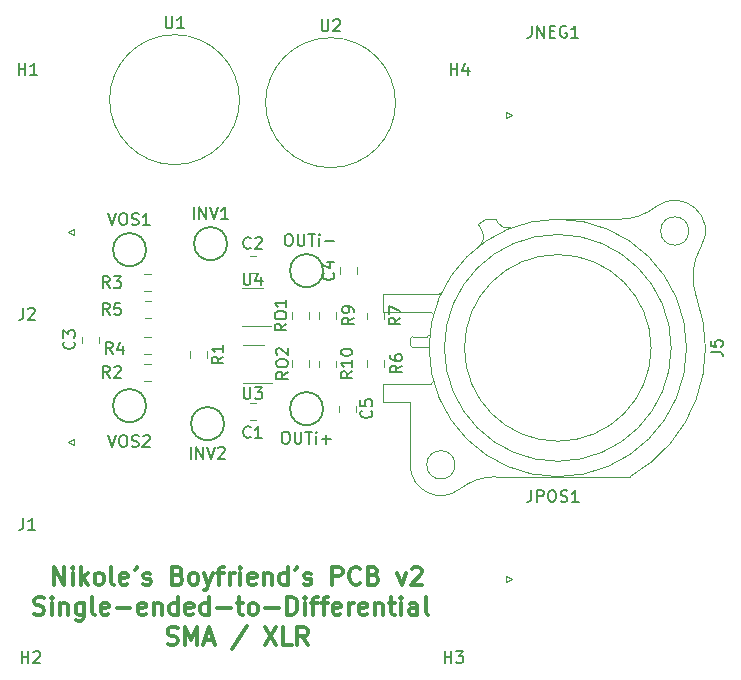
<source format=gbr>
%TF.GenerationSoftware,KiCad,Pcbnew,(5.1.6-0-10_14)*%
%TF.CreationDate,2020-10-05T14:42:17-07:00*%
%TF.ProjectId,single_ended_differential_converter,73696e67-6c65-45f6-956e-6465645f6469,rev?*%
%TF.SameCoordinates,Original*%
%TF.FileFunction,Legend,Top*%
%TF.FilePolarity,Positive*%
%FSLAX46Y46*%
G04 Gerber Fmt 4.6, Leading zero omitted, Abs format (unit mm)*
G04 Created by KiCad (PCBNEW (5.1.6-0-10_14)) date 2020-10-05 14:42:17*
%MOMM*%
%LPD*%
G01*
G04 APERTURE LIST*
%ADD10C,0.300000*%
%ADD11C,0.120000*%
%ADD12C,0.150000*%
G04 APERTURE END LIST*
D10*
X217890285Y-154338571D02*
X217890285Y-152838571D01*
X218747428Y-154338571D01*
X218747428Y-152838571D01*
X219461714Y-154338571D02*
X219461714Y-153338571D01*
X219461714Y-152838571D02*
X219390285Y-152910000D01*
X219461714Y-152981428D01*
X219533142Y-152910000D01*
X219461714Y-152838571D01*
X219461714Y-152981428D01*
X220176000Y-154338571D02*
X220176000Y-152838571D01*
X220318857Y-153767142D02*
X220747428Y-154338571D01*
X220747428Y-153338571D02*
X220176000Y-153910000D01*
X221604571Y-154338571D02*
X221461714Y-154267142D01*
X221390285Y-154195714D01*
X221318857Y-154052857D01*
X221318857Y-153624285D01*
X221390285Y-153481428D01*
X221461714Y-153410000D01*
X221604571Y-153338571D01*
X221818857Y-153338571D01*
X221961714Y-153410000D01*
X222033142Y-153481428D01*
X222104571Y-153624285D01*
X222104571Y-154052857D01*
X222033142Y-154195714D01*
X221961714Y-154267142D01*
X221818857Y-154338571D01*
X221604571Y-154338571D01*
X222961714Y-154338571D02*
X222818857Y-154267142D01*
X222747428Y-154124285D01*
X222747428Y-152838571D01*
X224104571Y-154267142D02*
X223961714Y-154338571D01*
X223676000Y-154338571D01*
X223533142Y-154267142D01*
X223461714Y-154124285D01*
X223461714Y-153552857D01*
X223533142Y-153410000D01*
X223676000Y-153338571D01*
X223961714Y-153338571D01*
X224104571Y-153410000D01*
X224176000Y-153552857D01*
X224176000Y-153695714D01*
X223461714Y-153838571D01*
X224890285Y-152838571D02*
X224890285Y-152910000D01*
X224818857Y-153052857D01*
X224747428Y-153124285D01*
X225461714Y-154267142D02*
X225604571Y-154338571D01*
X225890285Y-154338571D01*
X226033142Y-154267142D01*
X226104571Y-154124285D01*
X226104571Y-154052857D01*
X226033142Y-153910000D01*
X225890285Y-153838571D01*
X225676000Y-153838571D01*
X225533142Y-153767142D01*
X225461714Y-153624285D01*
X225461714Y-153552857D01*
X225533142Y-153410000D01*
X225676000Y-153338571D01*
X225890285Y-153338571D01*
X226033142Y-153410000D01*
X228390285Y-153552857D02*
X228604571Y-153624285D01*
X228676000Y-153695714D01*
X228747428Y-153838571D01*
X228747428Y-154052857D01*
X228676000Y-154195714D01*
X228604571Y-154267142D01*
X228461714Y-154338571D01*
X227890285Y-154338571D01*
X227890285Y-152838571D01*
X228390285Y-152838571D01*
X228533142Y-152910000D01*
X228604571Y-152981428D01*
X228676000Y-153124285D01*
X228676000Y-153267142D01*
X228604571Y-153410000D01*
X228533142Y-153481428D01*
X228390285Y-153552857D01*
X227890285Y-153552857D01*
X229604571Y-154338571D02*
X229461714Y-154267142D01*
X229390285Y-154195714D01*
X229318857Y-154052857D01*
X229318857Y-153624285D01*
X229390285Y-153481428D01*
X229461714Y-153410000D01*
X229604571Y-153338571D01*
X229818857Y-153338571D01*
X229961714Y-153410000D01*
X230033142Y-153481428D01*
X230104571Y-153624285D01*
X230104571Y-154052857D01*
X230033142Y-154195714D01*
X229961714Y-154267142D01*
X229818857Y-154338571D01*
X229604571Y-154338571D01*
X230604571Y-153338571D02*
X230961714Y-154338571D01*
X231318857Y-153338571D02*
X230961714Y-154338571D01*
X230818857Y-154695714D01*
X230747428Y-154767142D01*
X230604571Y-154838571D01*
X231676000Y-153338571D02*
X232247428Y-153338571D01*
X231890285Y-154338571D02*
X231890285Y-153052857D01*
X231961714Y-152910000D01*
X232104571Y-152838571D01*
X232247428Y-152838571D01*
X232747428Y-154338571D02*
X232747428Y-153338571D01*
X232747428Y-153624285D02*
X232818857Y-153481428D01*
X232890285Y-153410000D01*
X233033142Y-153338571D01*
X233176000Y-153338571D01*
X233676000Y-154338571D02*
X233676000Y-153338571D01*
X233676000Y-152838571D02*
X233604571Y-152910000D01*
X233676000Y-152981428D01*
X233747428Y-152910000D01*
X233676000Y-152838571D01*
X233676000Y-152981428D01*
X234961714Y-154267142D02*
X234818857Y-154338571D01*
X234533142Y-154338571D01*
X234390285Y-154267142D01*
X234318857Y-154124285D01*
X234318857Y-153552857D01*
X234390285Y-153410000D01*
X234533142Y-153338571D01*
X234818857Y-153338571D01*
X234961714Y-153410000D01*
X235033142Y-153552857D01*
X235033142Y-153695714D01*
X234318857Y-153838571D01*
X235676000Y-153338571D02*
X235676000Y-154338571D01*
X235676000Y-153481428D02*
X235747428Y-153410000D01*
X235890285Y-153338571D01*
X236104571Y-153338571D01*
X236247428Y-153410000D01*
X236318857Y-153552857D01*
X236318857Y-154338571D01*
X237676000Y-154338571D02*
X237676000Y-152838571D01*
X237676000Y-154267142D02*
X237533142Y-154338571D01*
X237247428Y-154338571D01*
X237104571Y-154267142D01*
X237033142Y-154195714D01*
X236961714Y-154052857D01*
X236961714Y-153624285D01*
X237033142Y-153481428D01*
X237104571Y-153410000D01*
X237247428Y-153338571D01*
X237533142Y-153338571D01*
X237676000Y-153410000D01*
X238461714Y-152838571D02*
X238461714Y-152910000D01*
X238390285Y-153052857D01*
X238318857Y-153124285D01*
X239033142Y-154267142D02*
X239176000Y-154338571D01*
X239461714Y-154338571D01*
X239604571Y-154267142D01*
X239676000Y-154124285D01*
X239676000Y-154052857D01*
X239604571Y-153910000D01*
X239461714Y-153838571D01*
X239247428Y-153838571D01*
X239104571Y-153767142D01*
X239033142Y-153624285D01*
X239033142Y-153552857D01*
X239104571Y-153410000D01*
X239247428Y-153338571D01*
X239461714Y-153338571D01*
X239604571Y-153410000D01*
X241461714Y-154338571D02*
X241461714Y-152838571D01*
X242033142Y-152838571D01*
X242176000Y-152910000D01*
X242247428Y-152981428D01*
X242318857Y-153124285D01*
X242318857Y-153338571D01*
X242247428Y-153481428D01*
X242176000Y-153552857D01*
X242033142Y-153624285D01*
X241461714Y-153624285D01*
X243818857Y-154195714D02*
X243747428Y-154267142D01*
X243533142Y-154338571D01*
X243390285Y-154338571D01*
X243176000Y-154267142D01*
X243033142Y-154124285D01*
X242961714Y-153981428D01*
X242890285Y-153695714D01*
X242890285Y-153481428D01*
X242961714Y-153195714D01*
X243033142Y-153052857D01*
X243176000Y-152910000D01*
X243390285Y-152838571D01*
X243533142Y-152838571D01*
X243747428Y-152910000D01*
X243818857Y-152981428D01*
X244961714Y-153552857D02*
X245176000Y-153624285D01*
X245247428Y-153695714D01*
X245318857Y-153838571D01*
X245318857Y-154052857D01*
X245247428Y-154195714D01*
X245176000Y-154267142D01*
X245033142Y-154338571D01*
X244461714Y-154338571D01*
X244461714Y-152838571D01*
X244961714Y-152838571D01*
X245104571Y-152910000D01*
X245176000Y-152981428D01*
X245247428Y-153124285D01*
X245247428Y-153267142D01*
X245176000Y-153410000D01*
X245104571Y-153481428D01*
X244961714Y-153552857D01*
X244461714Y-153552857D01*
X246961714Y-153338571D02*
X247318857Y-154338571D01*
X247676000Y-153338571D01*
X248176000Y-152981428D02*
X248247428Y-152910000D01*
X248390285Y-152838571D01*
X248747428Y-152838571D01*
X248890285Y-152910000D01*
X248961714Y-152981428D01*
X249033142Y-153124285D01*
X249033142Y-153267142D01*
X248961714Y-153481428D01*
X248104571Y-154338571D01*
X249033142Y-154338571D01*
X216211714Y-156817142D02*
X216426000Y-156888571D01*
X216783142Y-156888571D01*
X216926000Y-156817142D01*
X216997428Y-156745714D01*
X217068857Y-156602857D01*
X217068857Y-156460000D01*
X216997428Y-156317142D01*
X216926000Y-156245714D01*
X216783142Y-156174285D01*
X216497428Y-156102857D01*
X216354571Y-156031428D01*
X216283142Y-155960000D01*
X216211714Y-155817142D01*
X216211714Y-155674285D01*
X216283142Y-155531428D01*
X216354571Y-155460000D01*
X216497428Y-155388571D01*
X216854571Y-155388571D01*
X217068857Y-155460000D01*
X217711714Y-156888571D02*
X217711714Y-155888571D01*
X217711714Y-155388571D02*
X217640285Y-155460000D01*
X217711714Y-155531428D01*
X217783142Y-155460000D01*
X217711714Y-155388571D01*
X217711714Y-155531428D01*
X218426000Y-155888571D02*
X218426000Y-156888571D01*
X218426000Y-156031428D02*
X218497428Y-155960000D01*
X218640285Y-155888571D01*
X218854571Y-155888571D01*
X218997428Y-155960000D01*
X219068857Y-156102857D01*
X219068857Y-156888571D01*
X220426000Y-155888571D02*
X220426000Y-157102857D01*
X220354571Y-157245714D01*
X220283142Y-157317142D01*
X220140285Y-157388571D01*
X219926000Y-157388571D01*
X219783142Y-157317142D01*
X220426000Y-156817142D02*
X220283142Y-156888571D01*
X219997428Y-156888571D01*
X219854571Y-156817142D01*
X219783142Y-156745714D01*
X219711714Y-156602857D01*
X219711714Y-156174285D01*
X219783142Y-156031428D01*
X219854571Y-155960000D01*
X219997428Y-155888571D01*
X220283142Y-155888571D01*
X220426000Y-155960000D01*
X221354571Y-156888571D02*
X221211714Y-156817142D01*
X221140285Y-156674285D01*
X221140285Y-155388571D01*
X222497428Y-156817142D02*
X222354571Y-156888571D01*
X222068857Y-156888571D01*
X221926000Y-156817142D01*
X221854571Y-156674285D01*
X221854571Y-156102857D01*
X221926000Y-155960000D01*
X222068857Y-155888571D01*
X222354571Y-155888571D01*
X222497428Y-155960000D01*
X222568857Y-156102857D01*
X222568857Y-156245714D01*
X221854571Y-156388571D01*
X223211714Y-156317142D02*
X224354571Y-156317142D01*
X225640285Y-156817142D02*
X225497428Y-156888571D01*
X225211714Y-156888571D01*
X225068857Y-156817142D01*
X224997428Y-156674285D01*
X224997428Y-156102857D01*
X225068857Y-155960000D01*
X225211714Y-155888571D01*
X225497428Y-155888571D01*
X225640285Y-155960000D01*
X225711714Y-156102857D01*
X225711714Y-156245714D01*
X224997428Y-156388571D01*
X226354571Y-155888571D02*
X226354571Y-156888571D01*
X226354571Y-156031428D02*
X226426000Y-155960000D01*
X226568857Y-155888571D01*
X226783142Y-155888571D01*
X226926000Y-155960000D01*
X226997428Y-156102857D01*
X226997428Y-156888571D01*
X228354571Y-156888571D02*
X228354571Y-155388571D01*
X228354571Y-156817142D02*
X228211714Y-156888571D01*
X227926000Y-156888571D01*
X227783142Y-156817142D01*
X227711714Y-156745714D01*
X227640285Y-156602857D01*
X227640285Y-156174285D01*
X227711714Y-156031428D01*
X227783142Y-155960000D01*
X227926000Y-155888571D01*
X228211714Y-155888571D01*
X228354571Y-155960000D01*
X229640285Y-156817142D02*
X229497428Y-156888571D01*
X229211714Y-156888571D01*
X229068857Y-156817142D01*
X228997428Y-156674285D01*
X228997428Y-156102857D01*
X229068857Y-155960000D01*
X229211714Y-155888571D01*
X229497428Y-155888571D01*
X229640285Y-155960000D01*
X229711714Y-156102857D01*
X229711714Y-156245714D01*
X228997428Y-156388571D01*
X230997428Y-156888571D02*
X230997428Y-155388571D01*
X230997428Y-156817142D02*
X230854571Y-156888571D01*
X230568857Y-156888571D01*
X230426000Y-156817142D01*
X230354571Y-156745714D01*
X230283142Y-156602857D01*
X230283142Y-156174285D01*
X230354571Y-156031428D01*
X230426000Y-155960000D01*
X230568857Y-155888571D01*
X230854571Y-155888571D01*
X230997428Y-155960000D01*
X231711714Y-156317142D02*
X232854571Y-156317142D01*
X233354571Y-155888571D02*
X233926000Y-155888571D01*
X233568857Y-155388571D02*
X233568857Y-156674285D01*
X233640285Y-156817142D01*
X233783142Y-156888571D01*
X233926000Y-156888571D01*
X234640285Y-156888571D02*
X234497428Y-156817142D01*
X234426000Y-156745714D01*
X234354571Y-156602857D01*
X234354571Y-156174285D01*
X234426000Y-156031428D01*
X234497428Y-155960000D01*
X234640285Y-155888571D01*
X234854571Y-155888571D01*
X234997428Y-155960000D01*
X235068857Y-156031428D01*
X235140285Y-156174285D01*
X235140285Y-156602857D01*
X235068857Y-156745714D01*
X234997428Y-156817142D01*
X234854571Y-156888571D01*
X234640285Y-156888571D01*
X235783142Y-156317142D02*
X236926000Y-156317142D01*
X237640285Y-156888571D02*
X237640285Y-155388571D01*
X237997428Y-155388571D01*
X238211714Y-155460000D01*
X238354571Y-155602857D01*
X238426000Y-155745714D01*
X238497428Y-156031428D01*
X238497428Y-156245714D01*
X238426000Y-156531428D01*
X238354571Y-156674285D01*
X238211714Y-156817142D01*
X237997428Y-156888571D01*
X237640285Y-156888571D01*
X239140285Y-156888571D02*
X239140285Y-155888571D01*
X239140285Y-155388571D02*
X239068857Y-155460000D01*
X239140285Y-155531428D01*
X239211714Y-155460000D01*
X239140285Y-155388571D01*
X239140285Y-155531428D01*
X239640285Y-155888571D02*
X240211714Y-155888571D01*
X239854571Y-156888571D02*
X239854571Y-155602857D01*
X239926000Y-155460000D01*
X240068857Y-155388571D01*
X240211714Y-155388571D01*
X240497428Y-155888571D02*
X241068857Y-155888571D01*
X240711714Y-156888571D02*
X240711714Y-155602857D01*
X240783142Y-155460000D01*
X240926000Y-155388571D01*
X241068857Y-155388571D01*
X242140285Y-156817142D02*
X241997428Y-156888571D01*
X241711714Y-156888571D01*
X241568857Y-156817142D01*
X241497428Y-156674285D01*
X241497428Y-156102857D01*
X241568857Y-155960000D01*
X241711714Y-155888571D01*
X241997428Y-155888571D01*
X242140285Y-155960000D01*
X242211714Y-156102857D01*
X242211714Y-156245714D01*
X241497428Y-156388571D01*
X242854571Y-156888571D02*
X242854571Y-155888571D01*
X242854571Y-156174285D02*
X242926000Y-156031428D01*
X242997428Y-155960000D01*
X243140285Y-155888571D01*
X243283142Y-155888571D01*
X244354571Y-156817142D02*
X244211714Y-156888571D01*
X243926000Y-156888571D01*
X243783142Y-156817142D01*
X243711714Y-156674285D01*
X243711714Y-156102857D01*
X243783142Y-155960000D01*
X243926000Y-155888571D01*
X244211714Y-155888571D01*
X244354571Y-155960000D01*
X244426000Y-156102857D01*
X244426000Y-156245714D01*
X243711714Y-156388571D01*
X245068857Y-155888571D02*
X245068857Y-156888571D01*
X245068857Y-156031428D02*
X245140285Y-155960000D01*
X245283142Y-155888571D01*
X245497428Y-155888571D01*
X245640285Y-155960000D01*
X245711714Y-156102857D01*
X245711714Y-156888571D01*
X246211714Y-155888571D02*
X246783142Y-155888571D01*
X246426000Y-155388571D02*
X246426000Y-156674285D01*
X246497428Y-156817142D01*
X246640285Y-156888571D01*
X246783142Y-156888571D01*
X247283142Y-156888571D02*
X247283142Y-155888571D01*
X247283142Y-155388571D02*
X247211714Y-155460000D01*
X247283142Y-155531428D01*
X247354571Y-155460000D01*
X247283142Y-155388571D01*
X247283142Y-155531428D01*
X248640285Y-156888571D02*
X248640285Y-156102857D01*
X248568857Y-155960000D01*
X248426000Y-155888571D01*
X248140285Y-155888571D01*
X247997428Y-155960000D01*
X248640285Y-156817142D02*
X248497428Y-156888571D01*
X248140285Y-156888571D01*
X247997428Y-156817142D01*
X247926000Y-156674285D01*
X247926000Y-156531428D01*
X247997428Y-156388571D01*
X248140285Y-156317142D01*
X248497428Y-156317142D01*
X248640285Y-156245714D01*
X249568857Y-156888571D02*
X249426000Y-156817142D01*
X249354571Y-156674285D01*
X249354571Y-155388571D01*
X227497428Y-159367142D02*
X227711714Y-159438571D01*
X228068857Y-159438571D01*
X228211714Y-159367142D01*
X228283142Y-159295714D01*
X228354571Y-159152857D01*
X228354571Y-159010000D01*
X228283142Y-158867142D01*
X228211714Y-158795714D01*
X228068857Y-158724285D01*
X227783142Y-158652857D01*
X227640285Y-158581428D01*
X227568857Y-158510000D01*
X227497428Y-158367142D01*
X227497428Y-158224285D01*
X227568857Y-158081428D01*
X227640285Y-158010000D01*
X227783142Y-157938571D01*
X228140285Y-157938571D01*
X228354571Y-158010000D01*
X228997428Y-159438571D02*
X228997428Y-157938571D01*
X229497428Y-159010000D01*
X229997428Y-157938571D01*
X229997428Y-159438571D01*
X230640285Y-159010000D02*
X231354571Y-159010000D01*
X230497428Y-159438571D02*
X230997428Y-157938571D01*
X231497428Y-159438571D01*
X234211714Y-157867142D02*
X232926000Y-159795714D01*
X235711714Y-157938571D02*
X236711714Y-159438571D01*
X236711714Y-157938571D02*
X235711714Y-159438571D01*
X237997428Y-159438571D02*
X237283142Y-159438571D01*
X237283142Y-157938571D01*
X239354571Y-159438571D02*
X238854571Y-158724285D01*
X238497428Y-159438571D02*
X238497428Y-157938571D01*
X239068857Y-157938571D01*
X239211714Y-158010000D01*
X239283142Y-158081428D01*
X239354571Y-158224285D01*
X239354571Y-158438571D01*
X239283142Y-158581428D01*
X239211714Y-158652857D01*
X239068857Y-158724285D01*
X238497428Y-158724285D01*
D11*
%TO.C,J5*%
X251840000Y-144202000D02*
G75*
G03*
X251840000Y-144202000I-1200000J0D01*
G01*
X270140000Y-134302000D02*
G75*
G03*
X270140000Y-134302000I-9600000J0D01*
G01*
X271440000Y-134302000D02*
G75*
G03*
X271440000Y-134302000I-10900000J0D01*
G01*
X249640000Y-134242000D02*
X248240000Y-134242000D01*
X249500000Y-133362000D02*
X248240000Y-133362000D01*
X245740000Y-131242000D02*
X249810000Y-131242000D01*
X250510000Y-129742000D02*
X245740000Y-129742000D01*
X260540000Y-123402000D02*
X265780000Y-123402000D01*
X254420000Y-123402000D02*
X255280000Y-123402000D01*
X248040000Y-138862000D02*
X248040000Y-144202000D01*
X248040000Y-134042000D02*
X248040000Y-133562000D01*
X245740000Y-138862000D02*
X245740000Y-137362000D01*
X245740000Y-131242000D02*
X245740000Y-129742000D01*
X271640000Y-124402000D02*
G75*
G03*
X271640000Y-124402000I-1200000J0D01*
G01*
X249810000Y-137362000D02*
X249810000Y-137362000D01*
X255300000Y-145202000D02*
X266660000Y-145202000D01*
X245740000Y-138862000D02*
X248040000Y-138862000D01*
X245740000Y-137362000D02*
X249810000Y-137362000D01*
X254120000Y-124402000D02*
X253780000Y-123792000D01*
X255280000Y-123402000D02*
X255430000Y-123672000D01*
X253780000Y-123792000D02*
X254420000Y-123402000D01*
X268440000Y-134302000D02*
G75*
G03*
X268440000Y-134302000I-7900000J0D01*
G01*
X250669136Y-129675636D02*
G75*
G02*
X250510000Y-129742000I-149136J133636D01*
G01*
X253846168Y-125699797D02*
G75*
G03*
X254120000Y-124402000I-616168J807797D01*
G01*
X249695630Y-133203582D02*
G75*
G02*
X249500000Y-133362000I-195630J41582D01*
G01*
X248040000Y-133562000D02*
G75*
G02*
X248240000Y-133362000I200000J0D01*
G01*
X248240000Y-134242000D02*
G75*
G02*
X248040000Y-134042000I0J200000D01*
G01*
X250019712Y-137162991D02*
G75*
G02*
X249810000Y-137362000I-209712J10991D01*
G01*
X250019201Y-131433697D02*
G75*
G03*
X249810000Y-131242000I-209201J-18303D01*
G01*
X256588628Y-124142786D02*
G75*
G02*
X255430000Y-123672000I-288628J950786D01*
G01*
X272270738Y-129982950D02*
G75*
G02*
X266660000Y-145202000I-11730738J-4319050D01*
G01*
X268857569Y-122345311D02*
G75*
G02*
X265780000Y-123402000I-3077569J3953311D01*
G01*
X268849031Y-122350020D02*
G75*
G02*
X272670000Y-125732000I1590969J-2051980D01*
G01*
X272273841Y-129993919D02*
G75*
G02*
X272670000Y-125732000I4706159J1711919D01*
G01*
X252237142Y-146253619D02*
G75*
G02*
X248040000Y-144202000I-1597142J2051619D01*
G01*
X252234717Y-146254470D02*
G75*
G02*
X255300000Y-145202000I3065283J-3937530D01*
G01*
%TO.C,C3*%
X220270000Y-133351748D02*
X220270000Y-133874252D01*
X221690000Y-133351748D02*
X221690000Y-133874252D01*
D12*
%TO.C,TP4*%
X232286000Y-140716000D02*
G75*
G03*
X232286000Y-140716000I-1400000J0D01*
G01*
%TO.C,TP3*%
X232540000Y-125476000D02*
G75*
G03*
X232540000Y-125476000I-1400000J0D01*
G01*
%TO.C,TP2*%
X240668000Y-139446000D02*
G75*
G03*
X240668000Y-139446000I-1400000J0D01*
G01*
%TO.C,TP1*%
X240668000Y-127762000D02*
G75*
G03*
X240668000Y-127762000I-1400000J0D01*
G01*
D11*
%TO.C,U2*%
X246800000Y-113538000D02*
G75*
G03*
X246800000Y-113538000I-5500000J0D01*
G01*
%TO.C,U4*%
X233880000Y-137312000D02*
X236330000Y-137312000D01*
X235680000Y-134092000D02*
X233880000Y-134092000D01*
%TO.C,U3*%
X233796000Y-132486000D02*
X236246000Y-132486000D01*
X235596000Y-129266000D02*
X233796000Y-129266000D01*
%TO.C,RO2*%
X238050000Y-135365748D02*
X238050000Y-135888252D01*
X239470000Y-135365748D02*
X239470000Y-135888252D01*
%TO.C,RO1*%
X239470000Y-131824252D02*
X239470000Y-131301748D01*
X238050000Y-131824252D02*
X238050000Y-131301748D01*
%TO.C,R10*%
X240336000Y-135383748D02*
X240336000Y-135906252D01*
X241756000Y-135383748D02*
X241756000Y-135906252D01*
%TO.C,R9*%
X241756000Y-131824252D02*
X241756000Y-131301748D01*
X240336000Y-131824252D02*
X240336000Y-131301748D01*
%TO.C,C5*%
X242016000Y-139193748D02*
X242016000Y-139716252D01*
X243436000Y-139193748D02*
X243436000Y-139716252D01*
%TO.C,C4*%
X243534000Y-128014252D02*
X243534000Y-127491748D01*
X242114000Y-128014252D02*
X242114000Y-127491748D01*
%TO.C,C2*%
X234443748Y-127964000D02*
X234966252Y-127964000D01*
X234443748Y-126544000D02*
X234966252Y-126544000D01*
%TO.C,R7*%
X245820000Y-131319748D02*
X245820000Y-131842252D01*
X244400000Y-131319748D02*
X244400000Y-131842252D01*
%TO.C,R6*%
X244400000Y-135888252D02*
X244400000Y-135365748D01*
X245820000Y-135888252D02*
X245820000Y-135365748D01*
D12*
%TO.C,VOS2*%
X225682000Y-125984000D02*
G75*
G03*
X225682000Y-125984000I-1400000J0D01*
G01*
%TO.C,VOS1*%
X225682000Y-139192000D02*
G75*
G03*
X225682000Y-139192000I-1400000J0D01*
G01*
D11*
%TO.C,U1*%
X233592000Y-113284000D02*
G75*
G03*
X233592000Y-113284000I-5500000J0D01*
G01*
%TO.C,R5*%
X225553748Y-130354000D02*
X226076252Y-130354000D01*
X225553748Y-131774000D02*
X226076252Y-131774000D01*
%TO.C,R4*%
X225535748Y-133402000D02*
X226058252Y-133402000D01*
X225535748Y-134822000D02*
X226058252Y-134822000D01*
%TO.C,R3*%
X226067252Y-129488000D02*
X225544748Y-129488000D01*
X226067252Y-128068000D02*
X225544748Y-128068000D01*
%TO.C,R2*%
X226067252Y-137108000D02*
X225544748Y-137108000D01*
X226067252Y-135688000D02*
X225544748Y-135688000D01*
%TO.C,R1*%
X230834000Y-134603748D02*
X230834000Y-135126252D01*
X229414000Y-134603748D02*
X229414000Y-135126252D01*
%TO.C,JPOS1*%
X256130000Y-153650000D02*
X256630000Y-153900000D01*
X256130000Y-154150000D02*
X256130000Y-153650000D01*
X256630000Y-153900000D02*
X256130000Y-154150000D01*
%TO.C,JNEG1*%
X256130000Y-114328000D02*
X256630000Y-114578000D01*
X256130000Y-114828000D02*
X256130000Y-114328000D01*
X256630000Y-114578000D02*
X256130000Y-114828000D01*
%TO.C,J2*%
X219612000Y-124710000D02*
X219112000Y-124460000D01*
X219612000Y-124210000D02*
X219612000Y-124710000D01*
X219112000Y-124460000D02*
X219612000Y-124210000D01*
%TO.C,J1*%
X219612000Y-142490000D02*
X219112000Y-142240000D01*
X219612000Y-141990000D02*
X219612000Y-142490000D01*
X219112000Y-142240000D02*
X219612000Y-141990000D01*
%TO.C,C1*%
X234443748Y-138990000D02*
X234966252Y-138990000D01*
X234443748Y-140410000D02*
X234966252Y-140410000D01*
%TO.C,J5*%
D12*
X273492380Y-134635333D02*
X274206666Y-134635333D01*
X274349523Y-134682952D01*
X274444761Y-134778190D01*
X274492380Y-134921047D01*
X274492380Y-135016285D01*
X273492380Y-133682952D02*
X273492380Y-134159142D01*
X273968571Y-134206761D01*
X273920952Y-134159142D01*
X273873333Y-134063904D01*
X273873333Y-133825809D01*
X273920952Y-133730571D01*
X273968571Y-133682952D01*
X274063809Y-133635333D01*
X274301904Y-133635333D01*
X274397142Y-133682952D01*
X274444761Y-133730571D01*
X274492380Y-133825809D01*
X274492380Y-134063904D01*
X274444761Y-134159142D01*
X274397142Y-134206761D01*
%TO.C,C3*%
X219559142Y-133770666D02*
X219606761Y-133818285D01*
X219654380Y-133961142D01*
X219654380Y-134056380D01*
X219606761Y-134199238D01*
X219511523Y-134294476D01*
X219416285Y-134342095D01*
X219225809Y-134389714D01*
X219082952Y-134389714D01*
X218892476Y-134342095D01*
X218797238Y-134294476D01*
X218702000Y-134199238D01*
X218654380Y-134056380D01*
X218654380Y-133961142D01*
X218702000Y-133818285D01*
X218749619Y-133770666D01*
X218654380Y-133437333D02*
X218654380Y-132818285D01*
X219035333Y-133151619D01*
X219035333Y-133008761D01*
X219082952Y-132913523D01*
X219130571Y-132865904D01*
X219225809Y-132818285D01*
X219463904Y-132818285D01*
X219559142Y-132865904D01*
X219606761Y-132913523D01*
X219654380Y-133008761D01*
X219654380Y-133294476D01*
X219606761Y-133389714D01*
X219559142Y-133437333D01*
%TO.C,TP4*%
X229457428Y-143668380D02*
X229457428Y-142668380D01*
X229933619Y-143668380D02*
X229933619Y-142668380D01*
X230505047Y-143668380D01*
X230505047Y-142668380D01*
X230838380Y-142668380D02*
X231171714Y-143668380D01*
X231505047Y-142668380D01*
X231790761Y-142763619D02*
X231838380Y-142716000D01*
X231933619Y-142668380D01*
X232171714Y-142668380D01*
X232266952Y-142716000D01*
X232314571Y-142763619D01*
X232362190Y-142858857D01*
X232362190Y-142954095D01*
X232314571Y-143096952D01*
X231743142Y-143668380D01*
X232362190Y-143668380D01*
%TO.C,TP3*%
X229711428Y-123388380D02*
X229711428Y-122388380D01*
X230187619Y-123388380D02*
X230187619Y-122388380D01*
X230759047Y-123388380D01*
X230759047Y-122388380D01*
X231092380Y-122388380D02*
X231425714Y-123388380D01*
X231759047Y-122388380D01*
X232616190Y-123388380D02*
X232044761Y-123388380D01*
X232330476Y-123388380D02*
X232330476Y-122388380D01*
X232235238Y-122531238D01*
X232140000Y-122626476D01*
X232044761Y-122674095D01*
%TO.C,TP2*%
X237410857Y-141398380D02*
X237601333Y-141398380D01*
X237696571Y-141446000D01*
X237791809Y-141541238D01*
X237839428Y-141731714D01*
X237839428Y-142065047D01*
X237791809Y-142255523D01*
X237696571Y-142350761D01*
X237601333Y-142398380D01*
X237410857Y-142398380D01*
X237315619Y-142350761D01*
X237220380Y-142255523D01*
X237172761Y-142065047D01*
X237172761Y-141731714D01*
X237220380Y-141541238D01*
X237315619Y-141446000D01*
X237410857Y-141398380D01*
X238268000Y-141398380D02*
X238268000Y-142207904D01*
X238315619Y-142303142D01*
X238363238Y-142350761D01*
X238458476Y-142398380D01*
X238648952Y-142398380D01*
X238744190Y-142350761D01*
X238791809Y-142303142D01*
X238839428Y-142207904D01*
X238839428Y-141398380D01*
X239172761Y-141398380D02*
X239744190Y-141398380D01*
X239458476Y-142398380D02*
X239458476Y-141398380D01*
X240077523Y-142398380D02*
X240077523Y-141731714D01*
X240077523Y-141398380D02*
X240029904Y-141446000D01*
X240077523Y-141493619D01*
X240125142Y-141446000D01*
X240077523Y-141398380D01*
X240077523Y-141493619D01*
X240553714Y-142017428D02*
X241315619Y-142017428D01*
X240934666Y-142398380D02*
X240934666Y-141636476D01*
%TO.C,TP1*%
X237664857Y-124674380D02*
X237855333Y-124674380D01*
X237950571Y-124722000D01*
X238045809Y-124817238D01*
X238093428Y-125007714D01*
X238093428Y-125341047D01*
X238045809Y-125531523D01*
X237950571Y-125626761D01*
X237855333Y-125674380D01*
X237664857Y-125674380D01*
X237569619Y-125626761D01*
X237474380Y-125531523D01*
X237426761Y-125341047D01*
X237426761Y-125007714D01*
X237474380Y-124817238D01*
X237569619Y-124722000D01*
X237664857Y-124674380D01*
X238522000Y-124674380D02*
X238522000Y-125483904D01*
X238569619Y-125579142D01*
X238617238Y-125626761D01*
X238712476Y-125674380D01*
X238902952Y-125674380D01*
X238998190Y-125626761D01*
X239045809Y-125579142D01*
X239093428Y-125483904D01*
X239093428Y-124674380D01*
X239426761Y-124674380D02*
X239998190Y-124674380D01*
X239712476Y-125674380D02*
X239712476Y-124674380D01*
X240331523Y-125674380D02*
X240331523Y-125007714D01*
X240331523Y-124674380D02*
X240283904Y-124722000D01*
X240331523Y-124769619D01*
X240379142Y-124722000D01*
X240331523Y-124674380D01*
X240331523Y-124769619D01*
X240807714Y-125293428D02*
X241569619Y-125293428D01*
%TO.C,U2*%
X240538095Y-106490380D02*
X240538095Y-107299904D01*
X240585714Y-107395142D01*
X240633333Y-107442761D01*
X240728571Y-107490380D01*
X240919047Y-107490380D01*
X241014285Y-107442761D01*
X241061904Y-107395142D01*
X241109523Y-107299904D01*
X241109523Y-106490380D01*
X241538095Y-106585619D02*
X241585714Y-106538000D01*
X241680952Y-106490380D01*
X241919047Y-106490380D01*
X242014285Y-106538000D01*
X242061904Y-106585619D01*
X242109523Y-106680857D01*
X242109523Y-106776095D01*
X242061904Y-106918952D01*
X241490476Y-107490380D01*
X242109523Y-107490380D01*
%TO.C,U4*%
X233934095Y-127976380D02*
X233934095Y-128785904D01*
X233981714Y-128881142D01*
X234029333Y-128928761D01*
X234124571Y-128976380D01*
X234315047Y-128976380D01*
X234410285Y-128928761D01*
X234457904Y-128881142D01*
X234505523Y-128785904D01*
X234505523Y-127976380D01*
X235410285Y-128309714D02*
X235410285Y-128976380D01*
X235172190Y-127928761D02*
X234934095Y-128643047D01*
X235553142Y-128643047D01*
%TO.C,U3*%
X233934095Y-137628380D02*
X233934095Y-138437904D01*
X233981714Y-138533142D01*
X234029333Y-138580761D01*
X234124571Y-138628380D01*
X234315047Y-138628380D01*
X234410285Y-138580761D01*
X234457904Y-138533142D01*
X234505523Y-138437904D01*
X234505523Y-137628380D01*
X234886476Y-137628380D02*
X235505523Y-137628380D01*
X235172190Y-138009333D01*
X235315047Y-138009333D01*
X235410285Y-138056952D01*
X235457904Y-138104571D01*
X235505523Y-138199809D01*
X235505523Y-138437904D01*
X235457904Y-138533142D01*
X235410285Y-138580761D01*
X235315047Y-138628380D01*
X235029333Y-138628380D01*
X234934095Y-138580761D01*
X234886476Y-138533142D01*
%TO.C,RO2*%
X237688380Y-136326476D02*
X237212190Y-136659809D01*
X237688380Y-136897904D02*
X236688380Y-136897904D01*
X236688380Y-136516952D01*
X236736000Y-136421714D01*
X236783619Y-136374095D01*
X236878857Y-136326476D01*
X237021714Y-136326476D01*
X237116952Y-136374095D01*
X237164571Y-136421714D01*
X237212190Y-136516952D01*
X237212190Y-136897904D01*
X236688380Y-135707428D02*
X236688380Y-135516952D01*
X236736000Y-135421714D01*
X236831238Y-135326476D01*
X237021714Y-135278857D01*
X237355047Y-135278857D01*
X237545523Y-135326476D01*
X237640761Y-135421714D01*
X237688380Y-135516952D01*
X237688380Y-135707428D01*
X237640761Y-135802666D01*
X237545523Y-135897904D01*
X237355047Y-135945523D01*
X237021714Y-135945523D01*
X236831238Y-135897904D01*
X236736000Y-135802666D01*
X236688380Y-135707428D01*
X236783619Y-134897904D02*
X236736000Y-134850285D01*
X236688380Y-134755047D01*
X236688380Y-134516952D01*
X236736000Y-134421714D01*
X236783619Y-134374095D01*
X236878857Y-134326476D01*
X236974095Y-134326476D01*
X237116952Y-134374095D01*
X237688380Y-134945523D01*
X237688380Y-134326476D01*
%TO.C,RO1*%
X237562380Y-132253476D02*
X237086190Y-132586809D01*
X237562380Y-132824904D02*
X236562380Y-132824904D01*
X236562380Y-132443952D01*
X236610000Y-132348714D01*
X236657619Y-132301095D01*
X236752857Y-132253476D01*
X236895714Y-132253476D01*
X236990952Y-132301095D01*
X237038571Y-132348714D01*
X237086190Y-132443952D01*
X237086190Y-132824904D01*
X236562380Y-131634428D02*
X236562380Y-131443952D01*
X236610000Y-131348714D01*
X236705238Y-131253476D01*
X236895714Y-131205857D01*
X237229047Y-131205857D01*
X237419523Y-131253476D01*
X237514761Y-131348714D01*
X237562380Y-131443952D01*
X237562380Y-131634428D01*
X237514761Y-131729666D01*
X237419523Y-131824904D01*
X237229047Y-131872523D01*
X236895714Y-131872523D01*
X236705238Y-131824904D01*
X236610000Y-131729666D01*
X236562380Y-131634428D01*
X237562380Y-130253476D02*
X237562380Y-130824904D01*
X237562380Y-130539190D02*
X236562380Y-130539190D01*
X236705238Y-130634428D01*
X236800476Y-130729666D01*
X236848095Y-130824904D01*
%TO.C,R10*%
X243148380Y-136287857D02*
X242672190Y-136621190D01*
X243148380Y-136859285D02*
X242148380Y-136859285D01*
X242148380Y-136478333D01*
X242196000Y-136383095D01*
X242243619Y-136335476D01*
X242338857Y-136287857D01*
X242481714Y-136287857D01*
X242576952Y-136335476D01*
X242624571Y-136383095D01*
X242672190Y-136478333D01*
X242672190Y-136859285D01*
X243148380Y-135335476D02*
X243148380Y-135906904D01*
X243148380Y-135621190D02*
X242148380Y-135621190D01*
X242291238Y-135716428D01*
X242386476Y-135811666D01*
X242434095Y-135906904D01*
X242148380Y-134716428D02*
X242148380Y-134621190D01*
X242196000Y-134525952D01*
X242243619Y-134478333D01*
X242338857Y-134430714D01*
X242529333Y-134383095D01*
X242767428Y-134383095D01*
X242957904Y-134430714D01*
X243053142Y-134478333D01*
X243100761Y-134525952D01*
X243148380Y-134621190D01*
X243148380Y-134716428D01*
X243100761Y-134811666D01*
X243053142Y-134859285D01*
X242957904Y-134906904D01*
X242767428Y-134954523D01*
X242529333Y-134954523D01*
X242338857Y-134906904D01*
X242243619Y-134859285D01*
X242196000Y-134811666D01*
X242148380Y-134716428D01*
%TO.C,R9*%
X243276380Y-131729666D02*
X242800190Y-132063000D01*
X243276380Y-132301095D02*
X242276380Y-132301095D01*
X242276380Y-131920142D01*
X242324000Y-131824904D01*
X242371619Y-131777285D01*
X242466857Y-131729666D01*
X242609714Y-131729666D01*
X242704952Y-131777285D01*
X242752571Y-131824904D01*
X242800190Y-131920142D01*
X242800190Y-132301095D01*
X243276380Y-131253476D02*
X243276380Y-131063000D01*
X243228761Y-130967761D01*
X243181142Y-130920142D01*
X243038285Y-130824904D01*
X242847809Y-130777285D01*
X242466857Y-130777285D01*
X242371619Y-130824904D01*
X242324000Y-130872523D01*
X242276380Y-130967761D01*
X242276380Y-131158238D01*
X242324000Y-131253476D01*
X242371619Y-131301095D01*
X242466857Y-131348714D01*
X242704952Y-131348714D01*
X242800190Y-131301095D01*
X242847809Y-131253476D01*
X242895428Y-131158238D01*
X242895428Y-130967761D01*
X242847809Y-130872523D01*
X242800190Y-130824904D01*
X242704952Y-130777285D01*
%TO.C,C5*%
X244733142Y-139621666D02*
X244780761Y-139669285D01*
X244828380Y-139812142D01*
X244828380Y-139907380D01*
X244780761Y-140050238D01*
X244685523Y-140145476D01*
X244590285Y-140193095D01*
X244399809Y-140240714D01*
X244256952Y-140240714D01*
X244066476Y-140193095D01*
X243971238Y-140145476D01*
X243876000Y-140050238D01*
X243828380Y-139907380D01*
X243828380Y-139812142D01*
X243876000Y-139669285D01*
X243923619Y-139621666D01*
X243828380Y-138716904D02*
X243828380Y-139193095D01*
X244304571Y-139240714D01*
X244256952Y-139193095D01*
X244209333Y-139097857D01*
X244209333Y-138859761D01*
X244256952Y-138764523D01*
X244304571Y-138716904D01*
X244399809Y-138669285D01*
X244637904Y-138669285D01*
X244733142Y-138716904D01*
X244780761Y-138764523D01*
X244828380Y-138859761D01*
X244828380Y-139097857D01*
X244780761Y-139193095D01*
X244733142Y-139240714D01*
%TO.C,C4*%
X241531142Y-127919666D02*
X241578761Y-127967285D01*
X241626380Y-128110142D01*
X241626380Y-128205380D01*
X241578761Y-128348238D01*
X241483523Y-128443476D01*
X241388285Y-128491095D01*
X241197809Y-128538714D01*
X241054952Y-128538714D01*
X240864476Y-128491095D01*
X240769238Y-128443476D01*
X240674000Y-128348238D01*
X240626380Y-128205380D01*
X240626380Y-128110142D01*
X240674000Y-127967285D01*
X240721619Y-127919666D01*
X240959714Y-127062523D02*
X241626380Y-127062523D01*
X240578761Y-127300619D02*
X241293047Y-127538714D01*
X241293047Y-126919666D01*
%TO.C,C2*%
X234529333Y-125833142D02*
X234481714Y-125880761D01*
X234338857Y-125928380D01*
X234243619Y-125928380D01*
X234100761Y-125880761D01*
X234005523Y-125785523D01*
X233957904Y-125690285D01*
X233910285Y-125499809D01*
X233910285Y-125356952D01*
X233957904Y-125166476D01*
X234005523Y-125071238D01*
X234100761Y-124976000D01*
X234243619Y-124928380D01*
X234338857Y-124928380D01*
X234481714Y-124976000D01*
X234529333Y-125023619D01*
X234910285Y-125023619D02*
X234957904Y-124976000D01*
X235053142Y-124928380D01*
X235291238Y-124928380D01*
X235386476Y-124976000D01*
X235434095Y-125023619D01*
X235481714Y-125118857D01*
X235481714Y-125214095D01*
X235434095Y-125356952D01*
X234862666Y-125928380D01*
X235481714Y-125928380D01*
%TO.C,H4*%
X251460095Y-111188380D02*
X251460095Y-110188380D01*
X251460095Y-110664571D02*
X252031523Y-110664571D01*
X252031523Y-111188380D02*
X252031523Y-110188380D01*
X252936285Y-110521714D02*
X252936285Y-111188380D01*
X252698190Y-110140761D02*
X252460095Y-110855047D01*
X253079142Y-110855047D01*
%TO.C,H3*%
X250952095Y-160972380D02*
X250952095Y-159972380D01*
X250952095Y-160448571D02*
X251523523Y-160448571D01*
X251523523Y-160972380D02*
X251523523Y-159972380D01*
X251904476Y-159972380D02*
X252523523Y-159972380D01*
X252190190Y-160353333D01*
X252333047Y-160353333D01*
X252428285Y-160400952D01*
X252475904Y-160448571D01*
X252523523Y-160543809D01*
X252523523Y-160781904D01*
X252475904Y-160877142D01*
X252428285Y-160924761D01*
X252333047Y-160972380D01*
X252047333Y-160972380D01*
X251952095Y-160924761D01*
X251904476Y-160877142D01*
%TO.C,H2*%
X215138095Y-160972380D02*
X215138095Y-159972380D01*
X215138095Y-160448571D02*
X215709523Y-160448571D01*
X215709523Y-160972380D02*
X215709523Y-159972380D01*
X216138095Y-160067619D02*
X216185714Y-160020000D01*
X216280952Y-159972380D01*
X216519047Y-159972380D01*
X216614285Y-160020000D01*
X216661904Y-160067619D01*
X216709523Y-160162857D01*
X216709523Y-160258095D01*
X216661904Y-160400952D01*
X216090476Y-160972380D01*
X216709523Y-160972380D01*
%TO.C,H1*%
X214884095Y-111188380D02*
X214884095Y-110188380D01*
X214884095Y-110664571D02*
X215455523Y-110664571D01*
X215455523Y-111188380D02*
X215455523Y-110188380D01*
X216455523Y-111188380D02*
X215884095Y-111188380D01*
X216169809Y-111188380D02*
X216169809Y-110188380D01*
X216074571Y-110331238D01*
X215979333Y-110426476D01*
X215884095Y-110474095D01*
%TO.C,R7*%
X247212380Y-131747666D02*
X246736190Y-132081000D01*
X247212380Y-132319095D02*
X246212380Y-132319095D01*
X246212380Y-131938142D01*
X246260000Y-131842904D01*
X246307619Y-131795285D01*
X246402857Y-131747666D01*
X246545714Y-131747666D01*
X246640952Y-131795285D01*
X246688571Y-131842904D01*
X246736190Y-131938142D01*
X246736190Y-132319095D01*
X246212380Y-131414333D02*
X246212380Y-130747666D01*
X247212380Y-131176238D01*
%TO.C,R6*%
X247340380Y-135793666D02*
X246864190Y-136127000D01*
X247340380Y-136365095D02*
X246340380Y-136365095D01*
X246340380Y-135984142D01*
X246388000Y-135888904D01*
X246435619Y-135841285D01*
X246530857Y-135793666D01*
X246673714Y-135793666D01*
X246768952Y-135841285D01*
X246816571Y-135888904D01*
X246864190Y-135984142D01*
X246864190Y-136365095D01*
X246340380Y-134936523D02*
X246340380Y-135127000D01*
X246388000Y-135222238D01*
X246435619Y-135269857D01*
X246578476Y-135365095D01*
X246768952Y-135412714D01*
X247149904Y-135412714D01*
X247245142Y-135365095D01*
X247292761Y-135317476D01*
X247340380Y-135222238D01*
X247340380Y-135031761D01*
X247292761Y-134936523D01*
X247245142Y-134888904D01*
X247149904Y-134841285D01*
X246911809Y-134841285D01*
X246816571Y-134888904D01*
X246768952Y-134936523D01*
X246721333Y-135031761D01*
X246721333Y-135222238D01*
X246768952Y-135317476D01*
X246816571Y-135365095D01*
X246911809Y-135412714D01*
%TO.C,VOS2*%
X222472476Y-141692380D02*
X222805809Y-142692380D01*
X223139142Y-141692380D01*
X223662952Y-141692380D02*
X223853428Y-141692380D01*
X223948666Y-141740000D01*
X224043904Y-141835238D01*
X224091523Y-142025714D01*
X224091523Y-142359047D01*
X224043904Y-142549523D01*
X223948666Y-142644761D01*
X223853428Y-142692380D01*
X223662952Y-142692380D01*
X223567714Y-142644761D01*
X223472476Y-142549523D01*
X223424857Y-142359047D01*
X223424857Y-142025714D01*
X223472476Y-141835238D01*
X223567714Y-141740000D01*
X223662952Y-141692380D01*
X224472476Y-142644761D02*
X224615333Y-142692380D01*
X224853428Y-142692380D01*
X224948666Y-142644761D01*
X224996285Y-142597142D01*
X225043904Y-142501904D01*
X225043904Y-142406666D01*
X224996285Y-142311428D01*
X224948666Y-142263809D01*
X224853428Y-142216190D01*
X224662952Y-142168571D01*
X224567714Y-142120952D01*
X224520095Y-142073333D01*
X224472476Y-141978095D01*
X224472476Y-141882857D01*
X224520095Y-141787619D01*
X224567714Y-141740000D01*
X224662952Y-141692380D01*
X224901047Y-141692380D01*
X225043904Y-141740000D01*
X225424857Y-141787619D02*
X225472476Y-141740000D01*
X225567714Y-141692380D01*
X225805809Y-141692380D01*
X225901047Y-141740000D01*
X225948666Y-141787619D01*
X225996285Y-141882857D01*
X225996285Y-141978095D01*
X225948666Y-142120952D01*
X225377238Y-142692380D01*
X225996285Y-142692380D01*
%TO.C,VOS1*%
X222472476Y-122896380D02*
X222805809Y-123896380D01*
X223139142Y-122896380D01*
X223662952Y-122896380D02*
X223853428Y-122896380D01*
X223948666Y-122944000D01*
X224043904Y-123039238D01*
X224091523Y-123229714D01*
X224091523Y-123563047D01*
X224043904Y-123753523D01*
X223948666Y-123848761D01*
X223853428Y-123896380D01*
X223662952Y-123896380D01*
X223567714Y-123848761D01*
X223472476Y-123753523D01*
X223424857Y-123563047D01*
X223424857Y-123229714D01*
X223472476Y-123039238D01*
X223567714Y-122944000D01*
X223662952Y-122896380D01*
X224472476Y-123848761D02*
X224615333Y-123896380D01*
X224853428Y-123896380D01*
X224948666Y-123848761D01*
X224996285Y-123801142D01*
X225043904Y-123705904D01*
X225043904Y-123610666D01*
X224996285Y-123515428D01*
X224948666Y-123467809D01*
X224853428Y-123420190D01*
X224662952Y-123372571D01*
X224567714Y-123324952D01*
X224520095Y-123277333D01*
X224472476Y-123182095D01*
X224472476Y-123086857D01*
X224520095Y-122991619D01*
X224567714Y-122944000D01*
X224662952Y-122896380D01*
X224901047Y-122896380D01*
X225043904Y-122944000D01*
X225996285Y-123896380D02*
X225424857Y-123896380D01*
X225710571Y-123896380D02*
X225710571Y-122896380D01*
X225615333Y-123039238D01*
X225520095Y-123134476D01*
X225424857Y-123182095D01*
%TO.C,U1*%
X227330095Y-106236380D02*
X227330095Y-107045904D01*
X227377714Y-107141142D01*
X227425333Y-107188761D01*
X227520571Y-107236380D01*
X227711047Y-107236380D01*
X227806285Y-107188761D01*
X227853904Y-107141142D01*
X227901523Y-107045904D01*
X227901523Y-106236380D01*
X228901523Y-107236380D02*
X228330095Y-107236380D01*
X228615809Y-107236380D02*
X228615809Y-106236380D01*
X228520571Y-106379238D01*
X228425333Y-106474476D01*
X228330095Y-106522095D01*
%TO.C,R5*%
X222591333Y-131516380D02*
X222258000Y-131040190D01*
X222019904Y-131516380D02*
X222019904Y-130516380D01*
X222400857Y-130516380D01*
X222496095Y-130564000D01*
X222543714Y-130611619D01*
X222591333Y-130706857D01*
X222591333Y-130849714D01*
X222543714Y-130944952D01*
X222496095Y-130992571D01*
X222400857Y-131040190D01*
X222019904Y-131040190D01*
X223496095Y-130516380D02*
X223019904Y-130516380D01*
X222972285Y-130992571D01*
X223019904Y-130944952D01*
X223115142Y-130897333D01*
X223353238Y-130897333D01*
X223448476Y-130944952D01*
X223496095Y-130992571D01*
X223543714Y-131087809D01*
X223543714Y-131325904D01*
X223496095Y-131421142D01*
X223448476Y-131468761D01*
X223353238Y-131516380D01*
X223115142Y-131516380D01*
X223019904Y-131468761D01*
X222972285Y-131421142D01*
%TO.C,R4*%
X222845333Y-134818380D02*
X222512000Y-134342190D01*
X222273904Y-134818380D02*
X222273904Y-133818380D01*
X222654857Y-133818380D01*
X222750095Y-133866000D01*
X222797714Y-133913619D01*
X222845333Y-134008857D01*
X222845333Y-134151714D01*
X222797714Y-134246952D01*
X222750095Y-134294571D01*
X222654857Y-134342190D01*
X222273904Y-134342190D01*
X223702476Y-134151714D02*
X223702476Y-134818380D01*
X223464380Y-133770761D02*
X223226285Y-134485047D01*
X223845333Y-134485047D01*
%TO.C,R3*%
X222591333Y-129239380D02*
X222258000Y-128763190D01*
X222019904Y-129239380D02*
X222019904Y-128239380D01*
X222400857Y-128239380D01*
X222496095Y-128287000D01*
X222543714Y-128334619D01*
X222591333Y-128429857D01*
X222591333Y-128572714D01*
X222543714Y-128667952D01*
X222496095Y-128715571D01*
X222400857Y-128763190D01*
X222019904Y-128763190D01*
X222924666Y-128239380D02*
X223543714Y-128239380D01*
X223210380Y-128620333D01*
X223353238Y-128620333D01*
X223448476Y-128667952D01*
X223496095Y-128715571D01*
X223543714Y-128810809D01*
X223543714Y-129048904D01*
X223496095Y-129144142D01*
X223448476Y-129191761D01*
X223353238Y-129239380D01*
X223067523Y-129239380D01*
X222972285Y-129191761D01*
X222924666Y-129144142D01*
%TO.C,R2*%
X222591333Y-136850380D02*
X222258000Y-136374190D01*
X222019904Y-136850380D02*
X222019904Y-135850380D01*
X222400857Y-135850380D01*
X222496095Y-135898000D01*
X222543714Y-135945619D01*
X222591333Y-136040857D01*
X222591333Y-136183714D01*
X222543714Y-136278952D01*
X222496095Y-136326571D01*
X222400857Y-136374190D01*
X222019904Y-136374190D01*
X222972285Y-135945619D02*
X223019904Y-135898000D01*
X223115142Y-135850380D01*
X223353238Y-135850380D01*
X223448476Y-135898000D01*
X223496095Y-135945619D01*
X223543714Y-136040857D01*
X223543714Y-136136095D01*
X223496095Y-136278952D01*
X222924666Y-136850380D01*
X223543714Y-136850380D01*
%TO.C,R1*%
X232226380Y-135031666D02*
X231750190Y-135365000D01*
X232226380Y-135603095D02*
X231226380Y-135603095D01*
X231226380Y-135222142D01*
X231274000Y-135126904D01*
X231321619Y-135079285D01*
X231416857Y-135031666D01*
X231559714Y-135031666D01*
X231654952Y-135079285D01*
X231702571Y-135126904D01*
X231750190Y-135222142D01*
X231750190Y-135603095D01*
X232226380Y-134079285D02*
X232226380Y-134650714D01*
X232226380Y-134365000D02*
X231226380Y-134365000D01*
X231369238Y-134460238D01*
X231464476Y-134555476D01*
X231512095Y-134650714D01*
%TO.C,JPOS1*%
X258296666Y-146352380D02*
X258296666Y-147066666D01*
X258249047Y-147209523D01*
X258153809Y-147304761D01*
X258010952Y-147352380D01*
X257915714Y-147352380D01*
X258772857Y-147352380D02*
X258772857Y-146352380D01*
X259153809Y-146352380D01*
X259249047Y-146400000D01*
X259296666Y-146447619D01*
X259344285Y-146542857D01*
X259344285Y-146685714D01*
X259296666Y-146780952D01*
X259249047Y-146828571D01*
X259153809Y-146876190D01*
X258772857Y-146876190D01*
X259963333Y-146352380D02*
X260153809Y-146352380D01*
X260249047Y-146400000D01*
X260344285Y-146495238D01*
X260391904Y-146685714D01*
X260391904Y-147019047D01*
X260344285Y-147209523D01*
X260249047Y-147304761D01*
X260153809Y-147352380D01*
X259963333Y-147352380D01*
X259868095Y-147304761D01*
X259772857Y-147209523D01*
X259725238Y-147019047D01*
X259725238Y-146685714D01*
X259772857Y-146495238D01*
X259868095Y-146400000D01*
X259963333Y-146352380D01*
X260772857Y-147304761D02*
X260915714Y-147352380D01*
X261153809Y-147352380D01*
X261249047Y-147304761D01*
X261296666Y-147257142D01*
X261344285Y-147161904D01*
X261344285Y-147066666D01*
X261296666Y-146971428D01*
X261249047Y-146923809D01*
X261153809Y-146876190D01*
X260963333Y-146828571D01*
X260868095Y-146780952D01*
X260820476Y-146733333D01*
X260772857Y-146638095D01*
X260772857Y-146542857D01*
X260820476Y-146447619D01*
X260868095Y-146400000D01*
X260963333Y-146352380D01*
X261201428Y-146352380D01*
X261344285Y-146400000D01*
X262296666Y-147352380D02*
X261725238Y-147352380D01*
X262010952Y-147352380D02*
X262010952Y-146352380D01*
X261915714Y-146495238D01*
X261820476Y-146590476D01*
X261725238Y-146638095D01*
%TO.C,JNEG1*%
X258320476Y-107030380D02*
X258320476Y-107744666D01*
X258272857Y-107887523D01*
X258177619Y-107982761D01*
X258034761Y-108030380D01*
X257939523Y-108030380D01*
X258796666Y-108030380D02*
X258796666Y-107030380D01*
X259368095Y-108030380D01*
X259368095Y-107030380D01*
X259844285Y-107506571D02*
X260177619Y-107506571D01*
X260320476Y-108030380D02*
X259844285Y-108030380D01*
X259844285Y-107030380D01*
X260320476Y-107030380D01*
X261272857Y-107078000D02*
X261177619Y-107030380D01*
X261034761Y-107030380D01*
X260891904Y-107078000D01*
X260796666Y-107173238D01*
X260749047Y-107268476D01*
X260701428Y-107458952D01*
X260701428Y-107601809D01*
X260749047Y-107792285D01*
X260796666Y-107887523D01*
X260891904Y-107982761D01*
X261034761Y-108030380D01*
X261130000Y-108030380D01*
X261272857Y-107982761D01*
X261320476Y-107935142D01*
X261320476Y-107601809D01*
X261130000Y-107601809D01*
X262272857Y-108030380D02*
X261701428Y-108030380D01*
X261987142Y-108030380D02*
X261987142Y-107030380D01*
X261891904Y-107173238D01*
X261796666Y-107268476D01*
X261701428Y-107316095D01*
%TO.C,J2*%
X215278666Y-130912380D02*
X215278666Y-131626666D01*
X215231047Y-131769523D01*
X215135809Y-131864761D01*
X214992952Y-131912380D01*
X214897714Y-131912380D01*
X215707238Y-131007619D02*
X215754857Y-130960000D01*
X215850095Y-130912380D01*
X216088190Y-130912380D01*
X216183428Y-130960000D01*
X216231047Y-131007619D01*
X216278666Y-131102857D01*
X216278666Y-131198095D01*
X216231047Y-131340952D01*
X215659619Y-131912380D01*
X216278666Y-131912380D01*
%TO.C,J1*%
X215278666Y-148692380D02*
X215278666Y-149406666D01*
X215231047Y-149549523D01*
X215135809Y-149644761D01*
X214992952Y-149692380D01*
X214897714Y-149692380D01*
X216278666Y-149692380D02*
X215707238Y-149692380D01*
X215992952Y-149692380D02*
X215992952Y-148692380D01*
X215897714Y-148835238D01*
X215802476Y-148930476D01*
X215707238Y-148978095D01*
%TO.C,C1*%
X234529333Y-141835142D02*
X234481714Y-141882761D01*
X234338857Y-141930380D01*
X234243619Y-141930380D01*
X234100761Y-141882761D01*
X234005523Y-141787523D01*
X233957904Y-141692285D01*
X233910285Y-141501809D01*
X233910285Y-141358952D01*
X233957904Y-141168476D01*
X234005523Y-141073238D01*
X234100761Y-140978000D01*
X234243619Y-140930380D01*
X234338857Y-140930380D01*
X234481714Y-140978000D01*
X234529333Y-141025619D01*
X235481714Y-141930380D02*
X234910285Y-141930380D01*
X235196000Y-141930380D02*
X235196000Y-140930380D01*
X235100761Y-141073238D01*
X235005523Y-141168476D01*
X234910285Y-141216095D01*
%TD*%
M02*

</source>
